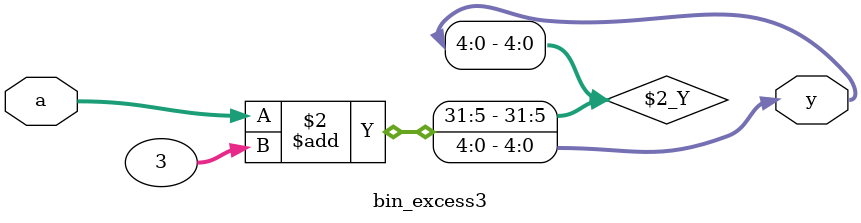
<source format=v>
module bin_excess3(a,y);
  input [3:0]a;
    output reg [4:0]y;
      always@(a) begin
            y=a+3;
      end
endmodule

</source>
